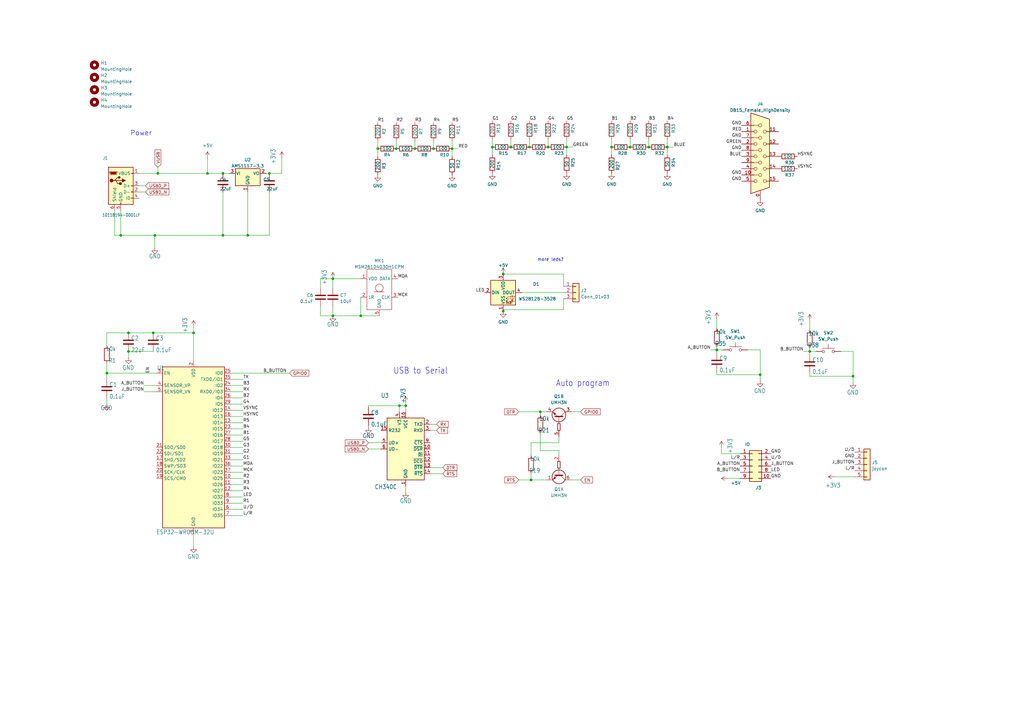
<source format=kicad_sch>
(kicad_sch (version 20211123) (generator eeschema)
  (paper "A3")
  (lib_symbols
    (symbol "Connector:DB15_Female_HighDensity_MountingHoles" (pin_names (offset 1.016) hide)
      (property "Reference" "J" (at 0 21.59 0))
      (property "Value" "DB15_Female_HighDensity_MountingHoles" (at 0 19.05 0))
      (symbol "DB15_Female_HighDensity_MountingHoles_1_1"
        (pin passive line (at 0 -17.78 90) (length 3.81) (name "~") (number "0"))
        (pin passive line (at -7.62 10.16 0) (length 5.08) (name "~") (number "1"))
        (pin passive line (at -7.62 -7.62 0) (length 5.08) (name "~") (number "10"))
        (pin passive line (at 7.62 10.16 180) (length 5.08) (name "~") (number "11"))
        (pin passive line (at 7.62 5.08 180) (length 5.08) (name "~") (number "12"))
        (pin passive line (at 7.62 0 180) (length 5.08) (name "~") (number "13"))
        (pin passive line (at 7.62 -5.08 180) (length 5.08) (name "~") (number "14"))
        (pin passive line (at 7.62 -10.16 180) (length 5.08) (name "~") (number "15"))
        (pin passive line (at -7.62 5.08 0) (length 5.08) (name "~") (number "2"))
        (pin passive line (at -7.62 0 0) (length 5.08) (name "~") (number "3"))
        (pin passive line (at -7.62 -5.08 0) (length 5.08) (name "~") (number "4"))
        (pin passive line (at -7.62 -10.16 0) (length 5.08) (name "~") (number "5"))
        (pin passive line (at -7.62 12.7 0) (length 5.08) (name "~") (number "6"))
        (pin passive line (at -7.62 7.62 0) (length 5.08) (name "~") (number "7"))
        (pin passive line (at -7.62 2.54 0) (length 5.08) (name "~") (number "8"))
        (pin passive line (at -7.62 -2.54 0) (length 5.08) (name "~") (number "9"))
      )
    )
    (symbol "Connector:USB_B_Micro" (pin_names (offset 1.016))
      (property "Reference" "J" (at -5.08 11.43 0))
      (property "Value" "USB_B_Micro" (at -5.08 8.89 0))
      (symbol "USB_B_Micro_1_1"
        (pin power_out line (at 7.62 5.08 180) (length 2.54) (name "VBUS") (number "1"))
        (pin bidirectional line (at 7.62 -2.54 180) (length 2.54) (name "D-") (number "2"))
        (pin bidirectional line (at 7.62 0 180) (length 2.54) (name "D+") (number "3"))
        (pin passive line (at 7.62 -5.08 180) (length 2.54) (name "ID") (number "4"))
        (pin power_out line (at 0 -10.16 90) (length 2.54) (name "GND") (number "5"))
        (pin passive line (at -2.54 -10.16 90) (length 2.54) (name "Shield") (number "6"))
      )
    )
    (symbol "Connector_Generic:Conn_01x03" (pin_names (offset 1.016) hide)
      (property "Reference" "J" (at 0 5.08 0))
      (property "Value" "Conn_01x03" (at 0 -5.08 0))
      (symbol "Conn_01x03_1_1"
        (pin passive line (at -5.08 2.54 0) (length 3.81) (name "Pin_1") (number "1"))
        (pin passive line (at -5.08 0 0) (length 3.81) (name "Pin_2") (number "2"))
        (pin passive line (at -5.08 -2.54 0) (length 3.81) (name "Pin_3") (number "3"))
      )
    )
    (symbol "Connector_Generic:Conn_01x05" (pin_names (offset 1.016) hide)
      (property "Reference" "J" (at 0 7.62 0))
      (property "Value" "Conn_01x05" (at 0 -7.62 0))
      (symbol "Conn_01x05_1_1"
        (pin passive line (at -5.08 5.08 0) (length 3.81) (name "Pin_1") (number "1"))
        (pin passive line (at -5.08 2.54 0) (length 3.81) (name "Pin_2") (number "2"))
        (pin passive line (at -5.08 0 0) (length 3.81) (name "Pin_3") (number "3"))
        (pin passive line (at -5.08 -2.54 0) (length 3.81) (name "Pin_4") (number "4"))
        (pin passive line (at -5.08 -5.08 0) (length 3.81) (name "Pin_5") (number "5"))
      )
    )
    (symbol "Connector_Generic:Conn_02x05_Odd_Even" (pin_names (offset 1.016) hide)
      (property "Reference" "J" (at 1.27 7.62 0))
      (property "Value" "Conn_02x05_Odd_Even" (at 1.27 -7.62 0))
      (symbol "Conn_02x05_Odd_Even_1_1"
        (pin passive line (at -5.08 5.08 0) (length 3.81) (name "Pin_1") (number "1"))
        (pin passive line (at 7.62 -5.08 180) (length 3.81) (name "Pin_10") (number "10"))
        (pin passive line (at 7.62 5.08 180) (length 3.81) (name "Pin_2") (number "2"))
        (pin passive line (at -5.08 2.54 0) (length 3.81) (name "Pin_3") (number "3"))
        (pin passive line (at 7.62 2.54 180) (length 3.81) (name "Pin_4") (number "4"))
        (pin passive line (at -5.08 0 0) (length 3.81) (name "Pin_5") (number "5"))
        (pin passive line (at 7.62 0 180) (length 3.81) (name "Pin_6") (number "6"))
        (pin passive line (at -5.08 -2.54 0) (length 3.81) (name "Pin_7") (number "7"))
        (pin passive line (at 7.62 -2.54 180) (length 3.81) (name "Pin_8") (number "8"))
        (pin passive line (at -5.08 -5.08 0) (length 3.81) (name "Pin_9") (number "9"))
      )
    )
    (symbol "Device:C" (pin_numbers hide) (pin_names (offset 0.254))
      (property "Reference" "C" (at 0.635 2.54 0))
      (property "Value" "C" (at 0.635 -2.54 0))
      (symbol "C_1_1"
        (pin passive line (at 0 3.81 270) (length 2.794) (name "~") (number "1"))
        (pin passive line (at 0 -3.81 90) (length 2.794) (name "~") (number "2"))
      )
    )
    (symbol "Device:R" (pin_numbers hide) (pin_names (offset 0))
      (property "Reference" "R" (at 2.032 0 90))
      (property "Value" "R" (at 0 0 90))
      (symbol "R_1_1"
        (pin passive line (at 0 3.81 270) (length 1.27) (name "~") (number "1"))
        (pin passive line (at 0 -3.81 90) (length 1.27) (name "~") (number "2"))
      )
    )
    (symbol "Interface_USB:CH340C"
      (property "Reference" "U" (at -5.08 13.97 0))
      (property "Value" "CH340C" (at 1.27 13.97 0))
      (symbol "CH340C_1_1"
        (pin power_in line (at 0 -15.24 90) (length 2.54) (name "GND") (number "1"))
        (pin input line (at 10.16 0 180) (length 2.54) (name "~{DSR}") (number "10"))
        (pin input line (at 10.16 -2.54 180) (length 2.54) (name "~{RI}") (number "11"))
        (pin input line (at 10.16 -5.08 180) (length 2.54) (name "~{DCD}") (number "12"))
        (pin output line (at 10.16 -7.62 180) (length 2.54) (name "~{DTR}") (number "13"))
        (pin output line (at 10.16 -10.16 180) (length 2.54) (name "~{RTS}") (number "14"))
        (pin input line (at -10.16 7.62 0) (length 2.54) (name "R232") (number "15"))
        (pin power_in line (at 0 15.24 270) (length 2.54) (name "VCC") (number "16"))
        (pin output line (at 10.16 10.16 180) (length 2.54) (name "TXD") (number "2"))
        (pin input line (at 10.16 7.62 180) (length 2.54) (name "RXD") (number "3"))
        (pin passive line (at -2.54 15.24 270) (length 2.54) (name "V3") (number "4"))
        (pin bidirectional line (at -10.16 2.54 0) (length 2.54) (name "UD+") (number "5"))
        (pin bidirectional line (at -10.16 0 0) (length 2.54) (name "UD-") (number "6"))
        (pin no_connect line (at -7.62 -7.62 0) (length 2.54) hide (name "NC") (number "7"))
        (pin no_connect line (at -7.62 -10.16 0) (length 2.54) hide (name "NC") (number "8"))
        (pin input line (at 10.16 2.54 180) (length 2.54) (name "~{CTS}") (number "9"))
      )
    )
    (symbol "LED:WS2812B" (pin_names (offset 0.254))
      (property "Reference" "D1" (at 13.5111 3.4584 0))
      (property "Value" "WS2812B-3528" (at 13.97 -2.54 0))
      (symbol "WS2812B_0_0"
        (text "RGB" (at 2.286 -4.191 0) (effects (font (size 0.762 0.762))))
      )
      (symbol "WS2812B_1_1"
        (pin power_in line (at 0 -7.62 90) (length 2.54) (name "VSS") (number "1"))
        (pin input line (at -7.62 0 0) (length 2.54) (name "DIN") (number "2"))
        (pin power_in line (at 0 7.62 270) (length 2.54) (name "VDD") (number "3"))
        (pin output line (at 7.62 0 180) (length 2.54) (name "DOUT") (number "4"))
      )
    )
    (symbol "MSM261:MSM261D4030H1CPM"
      (property "Reference" "MK" (at 0 11.43 0))
      (property "Value" "MSM261D4030H1CPM" (at 0 8.89 0))
      (symbol "MSM261D4030H1CPM_1_1"
        (pin power_in line (at -7.62 3.81 0) (length 2.54) (name "VDD") (number "1"))
        (pin input line (at -7.62 -3.81 0) (length 2.54) (name "LR") (number "2"))
        (pin input line (at 7.62 -3.81 180) (length 2.54) (name "CLK") (number "3"))
        (pin input line (at 7.62 3.81 180) (length 2.54) (name "DATA") (number "4"))
        (pin power_in line (at 0 -11.43 90) (length 2.54) (name "GND") (number "5"))
        (pin passive line (at 0 -11.43 90) (length 2.54) hide (name "GND") (number "6"))
        (pin passive line (at 0 -11.43 90) (length 2.54) hide (name "GND") (number "7"))
        (pin passive line (at 0 -11.43 90) (length 2.54) hide (name "GND") (number "8"))
      )
    )
    (symbol "Mechanical:MountingHole" (pin_names (offset 1.016))
      (property "Reference" "H" (at 0 5.08 0))
      (property "Value" "MountingHole" (at 0 3.175 0))
    )
    (symbol "RF_Module:ESP32-WROOM-32U"
      (property "Reference" "U" (at -12.7 34.29 0))
      (property "Value" "ESP32-WROOM-32U" (at 1.27 34.29 0))
      (symbol "ESP32-WROOM-32U_1_1"
        (pin power_in line (at 0 -35.56 90) (length 2.54) (name "GND") (number "1"))
        (pin bidirectional line (at 15.24 -12.7 180) (length 2.54) (name "IO25") (number "10"))
        (pin bidirectional line (at 15.24 -15.24 180) (length 2.54) (name "IO26") (number "11"))
        (pin bidirectional line (at 15.24 -17.78 180) (length 2.54) (name "IO27") (number "12"))
        (pin bidirectional line (at 15.24 10.16 180) (length 2.54) (name "IO14") (number "13"))
        (pin bidirectional line (at 15.24 15.24 180) (length 2.54) (name "IO12") (number "14"))
        (pin passive line (at 0 -35.56 90) (length 2.54) hide (name "GND") (number "15"))
        (pin bidirectional line (at 15.24 12.7 180) (length 2.54) (name "IO13") (number "16"))
        (pin bidirectional line (at -15.24 -5.08 0) (length 2.54) (name "SHD/SD2") (number "17"))
        (pin bidirectional line (at -15.24 -7.62 0) (length 2.54) (name "SWP/SD3") (number "18"))
        (pin bidirectional line (at -15.24 -12.7 0) (length 2.54) (name "SCS/CMD") (number "19"))
        (pin power_in line (at 0 35.56 270) (length 2.54) (name "VDD") (number "2"))
        (pin bidirectional line (at -15.24 -10.16 0) (length 2.54) (name "SCK/CLK") (number "20"))
        (pin bidirectional line (at -15.24 0 0) (length 2.54) (name "SDO/SD0") (number "21"))
        (pin bidirectional line (at -15.24 -2.54 0) (length 2.54) (name "SDI/SD1") (number "22"))
        (pin bidirectional line (at 15.24 7.62 180) (length 2.54) (name "IO15") (number "23"))
        (pin bidirectional line (at 15.24 25.4 180) (length 2.54) (name "IO2") (number "24"))
        (pin bidirectional line (at 15.24 30.48 180) (length 2.54) (name "IO0") (number "25"))
        (pin bidirectional line (at 15.24 20.32 180) (length 2.54) (name "IO4") (number "26"))
        (pin bidirectional line (at 15.24 5.08 180) (length 2.54) (name "IO16") (number "27"))
        (pin bidirectional line (at 15.24 2.54 180) (length 2.54) (name "IO17") (number "28"))
        (pin bidirectional line (at 15.24 17.78 180) (length 2.54) (name "IO5") (number "29"))
        (pin input line (at -15.24 30.48 0) (length 2.54) (name "EN") (number "3"))
        (pin bidirectional line (at 15.24 0 180) (length 2.54) (name "IO18") (number "30"))
        (pin bidirectional line (at 15.24 -2.54 180) (length 2.54) (name "IO19") (number "31"))
        (pin no_connect line (at -12.7 -27.94 0) (length 2.54) hide (name "NC") (number "32"))
        (pin bidirectional line (at 15.24 -5.08 180) (length 2.54) (name "IO21") (number "33"))
        (pin bidirectional line (at 15.24 22.86 180) (length 2.54) (name "RXD0/IO3") (number "34"))
        (pin bidirectional line (at 15.24 27.94 180) (length 2.54) (name "TXD0/IO1") (number "35"))
        (pin bidirectional line (at 15.24 -7.62 180) (length 2.54) (name "IO22") (number "36"))
        (pin bidirectional line (at 15.24 -10.16 180) (length 2.54) (name "IO23") (number "37"))
        (pin passive line (at 0 -35.56 90) (length 2.54) hide (name "GND") (number "38"))
        (pin passive line (at 0 -35.56 90) (length 2.54) hide (name "GND") (number "39"))
        (pin input line (at -15.24 25.4 0) (length 2.54) (name "SENSOR_VP") (number "4"))
        (pin input line (at -15.24 22.86 0) (length 2.54) (name "SENSOR_VN") (number "5"))
        (pin input line (at 15.24 -25.4 180) (length 2.54) (name "IO34") (number "6"))
        (pin input line (at 15.24 -27.94 180) (length 2.54) (name "IO35") (number "7"))
        (pin bidirectional line (at 15.24 -20.32 180) (length 2.54) (name "IO32") (number "8"))
        (pin bidirectional line (at 15.24 -22.86 180) (length 2.54) (name "IO33") (number "9"))
      )
    )
    (symbol "Regulator_Linear:AMS1117-3.3" (pin_names (offset 0.254))
      (property "Reference" "U" (at -3.81 3.175 0))
      (property "Value" "AMS1117-3.3" (at 0 3.175 0))
      (symbol "AMS1117-3.3_1_1"
        (pin power_in line (at 0 -7.62 90) (length 2.54) (name "GND") (number "1"))
        (pin power_out line (at 7.62 0 180) (length 2.54) (name "VO") (number "2"))
        (pin power_in line (at -7.62 0 0) (length 2.54) (name "VI") (number "3"))
      )
    )
    (symbol "Switch:SW_Push" (pin_numbers hide) (pin_names (offset 1.016) hide)
      (property "Reference" "SW" (at 1.27 2.54 0))
      (property "Value" "SW_Push" (at 0 -1.524 0))
      (symbol "SW_Push_0_1"
        (pin passive line (at -5.08 0 0) (length 2.54) (name "1") (number "1"))
        (pin passive line (at 5.08 0 180) (length 2.54) (name "2") (number "2"))
      )
    )
    (symbol "Transistor_BJT:UMH3N" (pin_names hide)
      (property "Reference" "Q" (at 7.62 1.27 0))
      (property "Value" "UMH3N" (at 7.62 -1.27 0))
      (symbol "UMH3N_1_1"
        (pin passive line (at 5.08 -5.08 90) (length 2.54) (name "E1") (number "1"))
        (pin input line (at -5.08 0 0) (length 2.54) (name "B1") (number "2"))
        (pin passive line (at 5.08 5.08 270) (length 2.54) (name "C1") (number "6"))
      )
      (symbol "UMH3N_2_1"
        (pin passive line (at 5.08 5.08 270) (length 2.54) (name "C2") (number "3"))
        (pin passive line (at 5.08 -5.08 90) (length 2.54) (name "E2") (number "4"))
        (pin input line (at -5.08 0 0) (length 2.54) (name "B2") (number "5"))
      )
    )
    (symbol "power:+3.3V" (power) (pin_names (offset 0))
      (property "Value" "+3.3V" (at 0 3.556 0))
      (symbol "+3.3V_1_1"
        (pin power_in line (at 0 0 90) (length 0) hide (name "+3V3") (number "1"))
      )
    )
    (symbol "power:+5V" (power) (pin_names (offset 0))
      (property "Value" "+5V" (at 0 3.556 0))
      (symbol "+5V_1_1"
        (pin power_in line (at 0 0 90) (length 0) hide (name "+5V") (number "1"))
      )
    )
    (symbol "power:GND" (power) (pin_names (offset 0))
      (property "Value" "GND" (at 0 -3.81 0))
      (symbol "GND_1_1"
        (pin power_in line (at 0 0 270) (length 0) hide (name "GND") (number "1"))
      )
    )
  )
  (junction (at 311.785 153.67))
  (junction (at 206.375 127.635))
  (junction (at 209.55 60.325))
  (junction (at 294.005 143.51))
  (junction (at 206.375 112.395))
  (junction (at 136.525 129.54))
  (junction (at 224.79 60.325))
  (junction (at 110.49 71.12))
  (junction (at 266.065 60.325))
  (junction (at 91.44 71.12))
  (junction (at 221.615 168.91))
  (junction (at 166.37 166.37))
  (junction (at 43.815 153.035))
  (junction (at 49.53 96.52))
  (junction (at 154.94 60.96))
  (junction (at 91.44 96.52))
  (junction (at 162.56 60.96))
  (junction (at 258.445 60.325))
  (junction (at 62.865 136.525))
  (junction (at 64.77 71.12))
  (junction (at 273.685 60.325))
  (junction (at 177.8 60.96))
  (junction (at 85.09 71.12))
  (junction (at 101.6 96.52))
  (junction (at 52.705 144.145))
  (junction (at 147.955 129.54))
  (junction (at 163.83 166.37))
  (junction (at 185.42 60.96))
  (junction (at 79.375 136.525))
  (junction (at 217.805 196.85))
  (junction (at 217.17 60.325))
  (junction (at 332.105 144.145))
  (junction (at 170.18 60.96))
  (junction (at 52.705 136.525))
  (junction (at 349.885 154.305))
  (junction (at 250.825 60.325))
  (junction (at 232.41 60.325))
  (junction (at 63.5 96.52))
  (junction (at 201.93 60.325))
  (junction (at 136.525 114.3))
  (wire (pts (xy 234.315 168.91) (xy 238.125 168.91)))
  (wire (pts (xy 94.615 178.435) (xy 99.695 178.435)))
  (wire (pts (xy 166.37 166.37) (xy 166.37 168.91)))
  (wire (pts (xy 294.005 142.24) (xy 294.005 143.51)))
  (wire (pts (xy 136.525 125.73) (xy 136.525 129.54)))
  (wire (pts (xy 201.93 57.15) (xy 201.93 60.325)))
  (wire (pts (xy 295.91 186.055) (xy 303.53 186.055)))
  (wire (pts (xy 85.09 64.77) (xy 85.09 71.12)))
  (wire (pts (xy 94.615 193.675) (xy 99.695 193.675)))
  (wire (pts (xy 266.065 57.15) (xy 266.065 60.325)))
  (wire (pts (xy 94.615 168.275) (xy 99.695 168.275)))
  (wire (pts (xy 52.705 144.145) (xy 52.705 146.685)))
  (wire (pts (xy 163.83 166.37) (xy 166.37 166.37)))
  (wire (pts (xy 109.22 71.12) (xy 110.49 71.12)))
  (wire (pts (xy 212.725 168.91) (xy 221.615 168.91)))
  (wire (pts (xy 332.105 142.875) (xy 332.105 144.145)))
  (wire (pts (xy 294.005 130.81) (xy 294.005 134.62)))
  (wire (pts (xy 43.815 136.525) (xy 52.705 136.525)))
  (wire (pts (xy 46.99 96.52) (xy 49.53 96.52)))
  (wire (pts (xy 229.235 181.61) (xy 229.235 179.07)))
  (wire (pts (xy 151.13 166.37) (xy 163.83 166.37)))
  (wire (pts (xy 185.42 60.96) (xy 185.42 64.135)))
  (wire (pts (xy 332.105 144.145) (xy 334.645 144.145)))
  (wire (pts (xy 110.49 71.12) (xy 115.57 71.12)))
  (wire (pts (xy 154.94 60.96) (xy 154.94 64.135)))
  (wire (pts (xy 294.005 143.51) (xy 296.545 143.51)))
  (wire (pts (xy 131.445 114.3) (xy 131.445 118.11)))
  (wire (pts (xy 57.15 71.12) (xy 64.77 71.12)))
  (wire (pts (xy 115.57 71.12) (xy 115.57 64.77)))
  (wire (pts (xy 79.375 219.075) (xy 79.375 224.155)))
  (wire (pts (xy 258.445 57.15) (xy 258.445 60.325)))
  (wire (pts (xy 185.42 60.96) (xy 187.96 60.96)))
  (wire (pts (xy 94.615 163.195) (xy 99.695 163.195)))
  (wire (pts (xy 212.725 196.85) (xy 217.805 196.85)))
  (wire (pts (xy 217.17 57.15) (xy 217.17 60.325)))
  (wire (pts (xy 250.825 57.15) (xy 250.825 60.325)))
  (wire (pts (xy 43.815 153.035) (xy 43.815 155.575)))
  (wire (pts (xy 329.565 144.145) (xy 332.105 144.145)))
  (wire (pts (xy 232.41 60.325) (xy 232.41 63.5)))
  (wire (pts (xy 49.53 86.36) (xy 49.53 96.52)))
  (wire (pts (xy 177.8 57.785) (xy 177.8 60.96)))
  (wire (pts (xy 91.44 96.52) (xy 63.5 96.52)))
  (wire (pts (xy 94.615 201.295) (xy 99.695 201.295)))
  (wire (pts (xy 232.41 57.15) (xy 232.41 60.325)))
  (wire (pts (xy 344.805 144.145) (xy 349.885 144.145)))
  (wire (pts (xy 94.615 175.895) (xy 99.695 175.895)))
  (wire (pts (xy 131.445 129.54) (xy 136.525 129.54)))
  (wire (pts (xy 62.865 136.525) (xy 79.375 136.525)))
  (wire (pts (xy 298.45 196.215) (xy 303.53 196.215)))
  (wire (pts (xy 110.49 78.74) (xy 110.49 96.52)))
  (wire (pts (xy 166.37 199.39) (xy 166.37 201.93)))
  (wire (pts (xy 217.805 196.85) (xy 224.155 196.85)))
  (wire (pts (xy 94.615 186.055) (xy 99.695 186.055)))
  (wire (pts (xy 79.375 133.985) (xy 79.375 136.525)))
  (wire (pts (xy 94.615 196.215) (xy 99.695 196.215)))
  (wire (pts (xy 79.375 136.525) (xy 79.375 147.955)))
  (wire (pts (xy 176.53 191.77) (xy 181.61 191.77)))
  (wire (pts (xy 101.6 78.74) (xy 101.6 96.52)))
  (wire (pts (xy 229.235 184.785) (xy 221.615 184.785)))
  (wire (pts (xy 162.56 57.785) (xy 162.56 60.96)))
  (wire (pts (xy 136.525 129.54) (xy 147.955 129.54)))
  (wire (pts (xy 59.055 158.115) (xy 64.135 158.115)))
  (wire (pts (xy 294.005 144.78) (xy 294.005 143.51)))
  (wire (pts (xy 231.14 112.395) (xy 206.375 112.395)))
  (wire (pts (xy 221.615 177.8) (xy 221.615 184.785)))
  (wire (pts (xy 306.705 143.51) (xy 311.785 143.51)))
  (wire (pts (xy 229.235 184.785) (xy 229.235 186.69)))
  (wire (pts (xy 332.105 131.445) (xy 332.105 135.255)))
  (wire (pts (xy 332.105 154.305) (xy 349.885 154.305)))
  (wire (pts (xy 94.615 211.455) (xy 99.695 211.455)))
  (wire (pts (xy 231.14 122.555) (xy 231.14 127)))
  (wire (pts (xy 311.785 156.21) (xy 311.785 153.67)))
  (wire (pts (xy 62.865 144.145) (xy 52.705 144.145)))
  (wire (pts (xy 201.93 60.325) (xy 201.93 63.5)))
  (wire (pts (xy 221.615 168.91) (xy 221.615 170.18)))
  (wire (pts (xy 94.615 198.755) (xy 99.695 198.755)))
  (wire (pts (xy 91.44 78.74) (xy 91.44 96.52)))
  (wire (pts (xy 273.685 57.15) (xy 273.685 60.325)))
  (wire (pts (xy 176.53 194.31) (xy 181.61 194.31)))
  (wire (pts (xy 231.14 117.475) (xy 231.14 112.395)))
  (wire (pts (xy 349.885 144.145) (xy 349.885 154.305)))
  (wire (pts (xy 94.615 165.735) (xy 99.695 165.735)))
  (wire (pts (xy 57.15 78.74) (xy 59.69 78.74)))
  (wire (pts (xy 94.615 180.975) (xy 99.695 180.975)))
  (wire (pts (xy 291.465 143.51) (xy 294.005 143.51)))
  (wire (pts (xy 64.77 68.58) (xy 64.77 71.12)))
  (wire (pts (xy 94.615 191.135) (xy 99.695 191.135)))
  (wire (pts (xy 94.615 173.355) (xy 99.695 173.355)))
  (wire (pts (xy 147.955 114.3) (xy 136.525 114.3)))
  (wire (pts (xy 151.13 174.625) (xy 151.13 175.26)))
  (wire (pts (xy 136.525 114.3) (xy 131.445 114.3)))
  (wire (pts (xy 64.77 71.12) (xy 85.09 71.12)))
  (wire (pts (xy 94.615 153.035) (xy 118.745 153.035)))
  (wire (pts (xy 94.615 158.115) (xy 99.695 158.115)))
  (wire (pts (xy 213.995 120.015) (xy 231.14 120.015)))
  (wire (pts (xy 94.615 155.575) (xy 99.695 155.575)))
  (wire (pts (xy 93.98 71.12) (xy 91.44 71.12)))
  (wire (pts (xy 231.14 127) (xy 206.375 127)))
  (wire (pts (xy 209.55 57.15) (xy 209.55 60.325)))
  (wire (pts (xy 294.005 153.67) (xy 294.005 152.4)))
  (wire (pts (xy 166.37 165.1) (xy 166.37 166.37)))
  (wire (pts (xy 62.865 136.525) (xy 52.705 136.525)))
  (wire (pts (xy 110.49 96.52) (xy 101.6 96.52)))
  (wire (pts (xy 94.615 188.595) (xy 99.695 188.595)))
  (wire (pts (xy 49.53 96.52) (xy 63.5 96.52)))
  (wire (pts (xy 342.265 195.58) (xy 350.52 195.58)))
  (wire (pts (xy 94.615 170.815) (xy 99.695 170.815)))
  (wire (pts (xy 311.785 143.51) (xy 311.785 153.67)))
  (wire (pts (xy 94.615 203.835) (xy 99.695 203.835)))
  (wire (pts (xy 273.685 60.325) (xy 273.685 63.5)))
  (wire (pts (xy 294.005 153.67) (xy 311.785 153.67)))
  (wire (pts (xy 217.805 194.31) (xy 217.805 196.85)))
  (wire (pts (xy 250.825 60.325) (xy 250.825 63.5)))
  (wire (pts (xy 176.53 176.53) (xy 179.07 176.53)))
  (wire (pts (xy 94.615 208.915) (xy 99.695 208.915)))
  (wire (pts (xy 43.815 163.195) (xy 43.815 165.735)))
  (wire (pts (xy 151.13 166.37) (xy 151.13 167.005)))
  (wire (pts (xy 217.805 181.61) (xy 217.805 186.69)))
  (wire (pts (xy 43.815 153.035) (xy 64.135 153.035)))
  (wire (pts (xy 234.315 196.85) (xy 238.125 196.85)))
  (wire (pts (xy 221.615 168.91) (xy 224.155 168.91)))
  (wire (pts (xy 43.815 149.225) (xy 43.815 153.035)))
  (wire (pts (xy 46.99 86.36) (xy 46.99 96.52)))
  (wire (pts (xy 85.09 71.12) (xy 91.44 71.12)))
  (wire (pts (xy 295.91 183.515) (xy 295.91 186.055)))
  (wire (pts (xy 176.53 173.99) (xy 179.07 173.99)))
  (wire (pts (xy 154.94 57.785) (xy 154.94 60.96)))
  (wire (pts (xy 170.18 57.785) (xy 170.18 60.96)))
  (wire (pts (xy 156.21 184.15) (xy 151.13 184.15)))
  (wire (pts (xy 57.15 76.2) (xy 59.69 76.2)))
  (wire (pts (xy 131.445 125.73) (xy 131.445 129.54)))
  (wire (pts (xy 156.21 181.61) (xy 151.13 181.61)))
  (wire (pts (xy 43.815 136.525) (xy 43.815 141.605)))
  (wire (pts (xy 332.105 145.415) (xy 332.105 144.145)))
  (wire (pts (xy 349.885 156.845) (xy 349.885 154.305)))
  (wire (pts (xy 101.6 96.52) (xy 91.44 96.52)))
  (wire (pts (xy 185.42 57.785) (xy 185.42 60.96)))
  (wire (pts (xy 206.375 127) (xy 206.375 127.635)))
  (wire (pts (xy 136.525 114.3) (xy 136.525 118.11)))
  (wire (pts (xy 147.955 121.92) (xy 147.955 129.54)))
  (wire (pts (xy 273.685 60.325) (xy 276.225 60.325)))
  (wire (pts (xy 59.055 160.655) (xy 64.135 160.655)))
  (wire (pts (xy 224.79 57.15) (xy 224.79 60.325)))
  (wire (pts (xy 94.615 206.375) (xy 99.695 206.375)))
  (wire (pts (xy 63.5 96.52) (xy 63.5 101.6)))
  (wire (pts (xy 163.83 168.91) (xy 163.83 166.37)))
  (wire (pts (xy 229.235 181.61) (xy 217.805 181.61)))
  (wire (pts (xy 94.615 160.655) (xy 99.695 160.655)))
  (wire (pts (xy 94.615 183.515) (xy 99.695 183.515)))
  (wire (pts (xy 332.105 154.305) (xy 332.105 153.035)))
  (wire (pts (xy 147.955 129.54) (xy 155.575 129.54)))
  (wire (pts (xy 232.41 60.325) (xy 234.95 60.325)))
  (text "Power" (at 53.34 55.88 0) (effects (font (size 2 2)) (justify left bottom)))
  (text "USB to Serial" (at 161.29 153.67 180) (effects (font (size 2.54 2.159)) (justify left bottom)))
  (text "more leds?" (at 220.345 107.315 0) (effects (font (size 1.27 1.27)) (justify left bottom)))
  (text "Auto program" (at 227.965 158.75 180) (effects (font (size 2.54 2.159)) (justify left bottom)))
  (label "B1" (at 250.825 49.53 0))
  (label "A_BUTTON" (at 291.465 143.51 180))
  (label "MCK" (at 163.195 121.92 0))
  (label "LED" (at 316.23 193.675 0))
  (label "A_BUTTON" (at 59.055 158.115 180))
  (label "HSYNC" (at 99.695 170.815 0))
  (label "R4" (at 99.695 201.295 0))
  (label "R1" (at 154.94 50.165 0))
  (label "GREEN" (at 234.95 60.325 0))
  (label "U{slash}D" (at 316.23 188.595 0))
  (label "LED" (at 198.755 120.015 180) (effects (font (size 1.2446 1.2446))))
  (label "L{slash}R" (at 99.695 211.455 0))
  (label "B2" (at 258.445 49.53 0))
  (label "GND" (at 304.165 51.435 180))
  (label "GREEN" (at 304.165 59.055 180))
  (label "B4" (at 99.695 175.895 0))
  (label "BLUE" (at 276.225 60.325 0))
  (label "MDA" (at 163.195 114.3 0))
  (label "R5" (at 185.42 50.165 0))
  (label "U{slash}D" (at 350.52 185.42 180))
  (label "B_BUTTON" (at 303.53 193.675 180))
  (label "G5" (at 99.695 180.975 0))
  (label "VSYNC" (at 327.025 69.215 0))
  (label "LED" (at 99.695 203.835 0))
  (label "GND" (at 304.165 71.755 180))
  (label "L{slash}R" (at 350.52 193.04 180))
  (label "G3" (at 217.17 49.53 0))
  (label "RX" (at 99.695 160.655 0) (effects (font (size 1.2446 1.2446))))
  (label "R2" (at 162.56 50.165 0))
  (label "GND" (at 304.165 61.595 180))
  (label "B_BUTTON" (at 329.565 144.145 180))
  (label "R1" (at 99.695 206.375 0))
  (label "R4" (at 177.8 50.165 0))
  (label "G2" (at 99.695 186.055 0))
  (label "B4" (at 273.685 49.53 0))
  (label "GND" (at 304.165 56.515 180))
  (label "GND" (at 316.23 186.055 0))
  (label "GND" (at 316.23 196.215 0))
  (label "G4" (at 99.695 165.735 0))
  (label "U{slash}D" (at 99.695 208.915 0))
  (label "MCK" (at 99.695 193.675 0))
  (label "R3" (at 170.18 50.165 0))
  (label "G1" (at 99.695 188.595 0))
  (label "GND" (at 304.165 74.295 180))
  (label "J_BUTTON" (at 59.055 160.655 180))
  (label "G4" (at 224.79 49.53 0))
  (label "HSYNC" (at 327.025 64.135 0))
  (label "R2" (at 99.695 196.215 0))
  (label "MDA" (at 99.695 191.135 0))
  (label "G2" (at 209.55 49.53 0))
  (label "RED" (at 187.96 60.96 0))
  (label "L{slash}R" (at 303.53 188.595 180))
  (label "B3" (at 99.695 158.115 0))
  (label "RED" (at 304.165 53.975 180))
  (label "A_BUTTON" (at 303.53 191.135 180))
  (label "R3" (at 99.695 198.755 0))
  (label "J_BUTTON" (at 316.23 191.135 0))
  (label "B1" (at 99.695 178.435 0))
  (label "B3" (at 266.065 49.53 0))
  (label "GND" (at 350.52 187.96 180))
  (label "EN" (at 61.595 153.035 90) (effects (font (size 1.2446 1.2446))))
  (label "R5" (at 99.695 173.355 0))
  (label "J_BUTTON" (at 350.52 190.5 180))
  (label "BLUE" (at 304.165 64.135 180))
  (label "B2" (at 99.695 163.195 0))
  (label "VSYNC" (at 99.695 168.275 0))
  (label "TX" (at 99.695 155.575 0) (effects (font (size 1.2446 1.2446))))
  (label "B_BUTTON" (at 107.95 153.035 0))
  (label "G5" (at 232.41 49.53 0))
  (label "G3" (at 99.695 183.515 0))
  (label "G1" (at 201.93 49.53 0))
  (global_label "GPIO0" (shape input) (at 238.125 168.91 0) (property "Intersheet References" "${INTERSHEET_REFS}" (effects hide)))
  (global_label "TX" (shape input) (at 179.07 176.53 0) (effects (font (size 1.2446 1.2446))) (property "Intersheet References" "${INTERSHEET_REFS}" (effects hide)))
  (global_label "USBD_N" (shape input) (at 151.13 184.15 180) (effects (font (size 1.2446 1.2446))) (property "Intersheet References" "${INTERSHEET_REFS}" (effects hide)))
  (global_label "RTS" (shape input) (at 212.725 196.85 180) (effects (font (size 1.2446 1.2446))) (property "Intersheet References" "${INTERSHEET_REFS}" (effects hide)))
  (global_label "USBD_P" (shape input) (at 59.69 76.2 0) (effects (font (size 1.2446 1.2446))) (property "Intersheet References" "${INTERSHEET_REFS}" (effects hide)))
  (global_label "VUSB" (shape input) (at 64.77 68.58 90) (effects (font (size 1.2446 1.2446))) (property "Intersheet References" "${INTERSHEET_REFS}" (effects hide)))
  (global_label "GPIO0" (shape input) (at 118.745 153.035 0) (effects (font (size 1.2446 1.2446))) (property "Intersheet References" "${INTERSHEET_REFS}" (effects hide)))
  (global_label "RTS" (shape input) (at 181.61 194.31 0) (effects (font (size 1.2446 1.2446))) (property "Intersheet References" "${INTERSHEET_REFS}" (effects hide)))
  (global_label "USBD_P" (shape input) (at 151.13 181.61 180) (effects (font (size 1.2446 1.2446))) (property "Intersheet References" "${INTERSHEET_REFS}" (effects hide)))
  (global_label "USBD_N" (shape input) (at 59.69 78.74 0) (effects (font (size 1.2446 1.2446))) (property "Intersheet References" "${INTERSHEET_REFS}" (effects hide)))
  (global_label "RX" (shape input) (at 179.07 173.99 0) (effects (font (size 1.2446 1.2446))) (property "Intersheet References" "${INTERSHEET_REFS}" (effects hide)))
  (global_label "DTR" (shape input) (at 212.725 168.91 180) (effects (font (size 1.2446 1.2446))) (property "Intersheet References" "${INTERSHEET_REFS}" (effects hide)))
  (global_label "EN" (shape input) (at 238.125 196.85 0) (property "Intersheet References" "${INTERSHEET_REFS}" (effects hide)))
  (global_label "DTR" (shape input) (at 181.61 191.77 0) (effects (font (size 1.2446 1.2446))) (property "Intersheet References" "${INTERSHEET_REFS}" (effects hide)))
  (symbol (lib_id "Device:C") (at 62.865 140.335 0) (unit 1)
    (property "Reference" "C3" (at 63.881 139.7 0) (effects (font (size 1.778 1.5113)) (justify left bottom)))
    (property "Value" "0.1uF" (at 63.881 144.526 0) (effects (font (size 1.778 1.5113)) (justify left bottom)))
    (property "Footprint" "Capacitor_SMD:C_0603_1608Metric" (effects hide))
    (property "LCSC" "C1525" (effects hide))
  )
  (symbol (lib_id "power:GND") (at 166.37 201.93 0) (unit 1)
    (property "Reference" "#GND07" (effects hide))
    (property "Value" "GND" (at 166.37 204.47 0) (effects (font (size 1.778 1.5113)) (justify top)))
    (property "Footprint" "angio-mb-revA:" (effects hide))
  )
  (symbol (lib_id "Device:C") (at 151.13 170.815 0) (unit 1)
    (property "Reference" "C8" (at 152.146 170.18 0) (effects (font (size 1.778 1.5113)) (justify left bottom)))
    (property "Value" "0.1uF" (at 152.146 175.006 0) (effects (font (size 1.778 1.5113)) (justify left bottom)))
    (property "Footprint" "Capacitor_SMD:C_0603_1608Metric" (effects hide))
    (property "LCSC" "C1525" (effects hide))
  )
  (symbol (lib_id "Device:R") (at 170.18 53.975 0) (unit 1)
    (property "Reference" "R7" (at 172.72 55.245 90) (effects (justify left)))
    (property "Value" "200" (at 170.18 55.88 90) (effects (justify left)))
    (property "Footprint" "Resistor_SMD:R_0402_1005Metric" (effects hide))
    (property "LCSC" "C25087" (effects hide))
  )
  (symbol (lib_id "Device:R") (at 228.6 60.325 270) (unit 1)
    (property "Reference" "R23" (at 227.33 62.865 90) (effects (justify left)))
    (property "Value" "100" (at 226.695 60.325 90) (effects (justify left)))
    (property "Footprint" "Resistor_SMD:R_0402_1005Metric" (effects hide))
    (property "LCSC" "C25076" (effects hide))
  )
  (symbol (lib_id "Device:C") (at 332.105 149.225 0) (unit 1)
    (property "Reference" "C10" (at 333.121 148.59 0) (effects (font (size 1.778 1.5113)) (justify left bottom)))
    (property "Value" "0.1uF" (at 333.121 153.416 0) (effects (font (size 1.778 1.5113)) (justify left bottom)))
    (property "Footprint" "Capacitor_SMD:C_0402_1005Metric" (effects hide))
    (property "LCSC" "C1525" (effects hide))
  )
  (symbol (lib_id "Device:C") (at 110.49 74.93 0) (unit 1)
    (property "Reference" "C5" (at 107.95 73.66 0) (effects (justify left)))
    (property "Value" "22uF" (at 109.22 77.47 0) (effects (justify left)))
    (property "Footprint" "Capacitor_SMD:C_1206_3216Metric" (effects hide))
    (property "LCSC" "C5672" (effects hide))
  )
  (symbol (lib_id "LED:WS2812B") (at 206.375 120.015 0) (unit 1)
    (property "Reference" "D1" (at 219.8861 116.5566 0))
    (property "Value" "WS2812B-3528" (at 220.345 122.555 0))
    (property "Footprint" "LED_SMD:LED_Kingbright_AAA3528ESGCT" (effects hide))
    (property "Datasheet" "https://cdn-shop.adafruit.com/datasheets/WS2812B.pdf" (effects hide))
    (property "LCSC" "C2890364" (effects hide))
  )
  (symbol (lib_id "power:GND") (at 311.785 81.915 0) (unit 1)
    (property "Reference" "#PWR?" (effects hide))
    (property "Value" "GND" (at 311.785 86.3584 0))
  )
  (symbol (lib_id "Device:C") (at 136.525 121.92 0) (unit 1)
    (property "Reference" "C7" (at 139.446 121.0853 0) (effects (justify left)))
    (property "Value" "10uF" (at 139.446 123.6222 0) (effects (justify left)))
    (property "Footprint" "Capacitor_SMD:C_0603_1608Metric" (effects hide))
    (property "LCSC" "C19702" (effects hide))
  )
  (symbol (lib_id "Device:R") (at 232.41 67.31 0) (unit 1)
    (property "Reference" "R25" (at 234.95 68.58 90) (effects (justify left)))
    (property "Value" "50" (at 232.41 68.58 90) (effects (justify left)))
    (property "Footprint" "Resistor_SMD:R_0402_1005Metric" (effects hide))
    (property "LCSC" "C25120" (effects hide))
  )
  (symbol (lib_id "Connector_Generic:Conn_01x05") (at 355.6 190.5 0) (unit 1)
    (property "Reference" "J5" (at 357.632 189.6653 0) (effects (justify left)))
    (property "Value" "joycon" (at 357.632 192.2022 0) (effects (justify left)))
    (property "Footprint" "vuzic:joycon" (effects hide))
    (property "LCSC" "C262654" (effects hide))
  )
  (symbol (lib_id "Connector_Generic:Conn_01x03") (at 236.22 120.015 0) (unit 1) (on_board no)
    (property "Reference" "J2" (at 238.252 119.1803 0) (effects (justify left)))
    (property "Value" "Conn_01x03" (at 238.252 121.7172 0) (effects (justify left)))
    (property "Footprint" "Connector_PinHeader_2.54mm:PinHeader_1x03_P2.54mm_Vertical" (effects hide))
  )
  (symbol (lib_id "power:+3.3V") (at 342.265 195.58 90) (mirror x) (unit 1)
    (property "Reference" "#P+07" (effects hide))
    (property "Value" "VCC" (at 344.805 200.025 90) (effects (font (size 1.778 1.5113)) (justify left bottom)))
    (property "Footprint" "angio-mb-revA:" (effects hide))
  )
  (symbol (lib_id "Device:R") (at 323.215 69.215 270) (unit 1)
    (property "Reference" "R37" (at 321.945 71.755 90) (effects (justify left)))
    (property "Value" "100" (at 321.31 69.215 90) (effects (justify left)))
    (property "Footprint" "Resistor_SMD:R_0402_1005Metric" (effects hide))
    (property "LCSC" "C25076" (effects hide))
  )
  (symbol (lib_id "Device:C") (at 52.705 140.335 0) (unit 1)
    (property "Reference" "C2" (at 53.721 139.7 0) (effects (font (size 1.778 1.5113)) (justify left bottom)))
    (property "Value" "22uF" (at 53.721 144.526 0) (effects (font (size 1.778 1.5113)) (justify left bottom)))
    (property "Footprint" "Capacitor_SMD:C_1206_3216Metric" (effects hide))
    (property "LCSC" "C5672" (effects hide))
  )
  (symbol (lib_id "Device:R") (at 220.98 60.325 270) (unit 1)
    (property "Reference" "R20" (at 219.71 62.865 90) (effects (justify left)))
    (property "Value" "100" (at 219.075 60.325 90) (effects (justify left)))
    (property "Footprint" "Resistor_SMD:R_0402_1005Metric" (effects hide))
    (property "LCSC" "C25076" (effects hide))
  )
  (symbol (lib_id "Device:C") (at 43.815 159.385 0) (unit 1)
    (property "Reference" "C1" (at 44.831 158.75 0) (effects (font (size 1.778 1.5113)) (justify left bottom)))
    (property "Value" "0.1uF" (at 44.831 163.576 0) (effects (font (size 1.778 1.5113)) (justify left bottom)))
    (property "Footprint" "Capacitor_SMD:C_0402_1005Metric" (effects hide))
    (property "LCSC" "C1525" (effects hide))
  )
  (symbol (lib_id "Mechanical:MountingHole") (at 38.735 31.75 0) (unit 1) (in_bom no)
    (property "Reference" "H2" (at 41.275 30.9153 0) (effects (justify left)))
    (property "Value" "MountingHole" (at 41.275 33.4522 0) (effects (justify left)))
    (property "Footprint" "MountingHole:MountingHole_2.5mm" (effects hide))
  )
  (symbol (lib_id "power:+3.3V") (at 115.57 64.77 0) (unit 1)
    (property "Reference" "#P+02" (effects hide))
    (property "Value" "VCC" (at 113.03 67.31 90) (effects (font (size 1.778 1.5113)) (justify left bottom)))
    (property "Footprint" "angio-mb-revA:" (effects hide))
  )
  (symbol (lib_id "Mechanical:MountingHole") (at 38.735 41.91 0) (unit 1) (in_bom no)
    (property "Reference" "H4" (at 41.275 41.0753 0) (effects (justify left)))
    (property "Value" "MountingHole" (at 41.275 43.6122 0) (effects (justify left)))
    (property "Footprint" "MountingHole:MountingHole_2.5mm" (effects hide))
  )
  (symbol (lib_id "power:GND") (at 43.815 165.735 0) (unit 1)
    (property "Reference" "#GND01" (effects hide))
    (property "Value" "GND" (at 41.275 168.275 0) (effects (font (size 1.778 1.5113)) (justify left bottom)))
    (property "Footprint" "angio-mb-revA:" (effects hide))
  )
  (symbol (lib_id "power:GND") (at 185.42 71.755 0) (unit 1)
    (property "Reference" "#PWR03" (effects hide))
    (property "Value" "GND" (at 185.42 76.1984 0))
  )
  (symbol (lib_id "power:GND") (at 63.5 101.6 0) (unit 1)
    (property "Reference" "#GND03" (effects hide))
    (property "Value" "GND" (at 63.5 104.14 0) (effects (font (size 1.778 1.5113)) (justify top)))
    (property "Footprint" "angio-mb-revA:" (effects hide))
  )
  (symbol (lib_id "power:+5V") (at 298.45 196.215 90) (unit 1)
    (property "Reference" "#PWR010" (effects hide))
    (property "Value" "+5V" (at 299.72 198.12 90) (effects (justify right)))
  )
  (symbol (lib_id "Connector_Generic:Conn_02x05_Odd_Even") (at 308.61 191.135 0) (unit 1)
    (property "Reference" "J3" (at 309.88 200.025 0) (effects (justify left)))
    (property "Value" "IO" (at 305.435 182.245 0) (effects (justify left)))
    (property "Footprint" "Connector_PinHeader_2.54mm:PinHeader_2x05_P2.54mm_Vertical" (effects hide))
  )
  (symbol (lib_id "Switch:SW_Push") (at 301.625 143.51 0) (unit 1)
    (property "Reference" "SW1" (at 301.625 135.89 0))
    (property "Value" "SW_Push" (at 301.625 138.43 0))
    (property "Footprint" "angio:1TS900A" (effects hide))
    (property "Datasheet" "https://datasheet.lcsc.com/lcsc/1811151153_HYP--Hongyuan-Precision-1TS009B-2300-5000-CT_C319421.pdf" (effects hide))
    (property "LCSC" "C319411" (effects hide))
  )
  (symbol (lib_id "Transistor_BJT:UMH3N") (at 229.235 191.77 270) (unit 1)
    (property "Reference" "Q1" (at 229.235 200.66 90))
    (property "Value" "UMH3N" (at 229.235 203.2 90))
    (property "Footprint" "Package_TO_SOT_SMD:SOT-363_SC-70-6" (effects hide))
    (property "Datasheet" "http://rohmfs.rohm.com/en/products/databook/datasheet/discrete/transistor/digital/emh3t2r-e.pdf" (effects hide))
    (property "LCSC" "C62892" (effects hide))
  )
  (symbol (lib_id "Device:R") (at 269.875 60.325 270) (unit 1)
    (property "Reference" "R32" (at 268.605 62.865 90) (effects (justify left)))
    (property "Value" "100" (at 267.97 60.325 90) (effects (justify left)))
    (property "Footprint" "Resistor_SMD:R_0402_1005Metric" (effects hide))
    (property "LCSC" "C25076" (effects hide))
  )
  (symbol (lib_id "Device:R") (at 250.825 67.31 0) (mirror x) (unit 1)
    (property "Reference" "R27" (at 253.365 66.04 90) (effects (justify left)))
    (property "Value" "200" (at 250.825 65.405 90) (effects (justify left)))
    (property "Footprint" "Resistor_SMD:R_0402_1005Metric" (effects hide))
    (property "LCSC" "C25087" (effects hide))
  )
  (symbol (lib_id "power:+3.3V") (at 332.105 131.445 0) (unit 1)
    (property "Reference" "#P+06" (effects hide))
    (property "Value" "VCC" (at 329.565 133.985 90) (effects (font (size 1.778 1.5113)) (justify left bottom)))
    (property "Footprint" "angio-mb-revA:" (effects hide))
  )
  (symbol (lib_id "Device:R") (at 294.005 138.43 180) (unit 1)
    (property "Reference" "R35" (at 297.815 139.9286 0) (effects (font (size 1.778 1.5113)) (justify left bottom)))
    (property "Value" "10k" (at 297.815 135.128 0) (effects (font (size 1.778 1.5113)) (justify left bottom)))
    (property "Footprint" "Resistor_SMD:R_0402_1005Metric" (effects hide))
    (property "LCSC" "C25744" (effects hide))
  )
  (symbol (lib_id "Device:R") (at 177.8 53.975 0) (unit 1)
    (property "Reference" "R9" (at 180.34 55.245 90) (effects (justify left)))
    (property "Value" "200" (at 177.8 55.88 90) (effects (justify left)))
    (property "Footprint" "Resistor_SMD:R_0402_1005Metric" (effects hide))
    (property "LCSC" "C25087" (effects hide))
  )
  (symbol (lib_id "Device:R") (at 262.255 60.325 270) (unit 1)
    (property "Reference" "R30" (at 260.985 62.865 90) (effects (justify left)))
    (property "Value" "100" (at 260.35 60.325 90) (effects (justify left)))
    (property "Footprint" "Resistor_SMD:R_0402_1005Metric" (effects hide))
    (property "LCSC" "C25076" (effects hide))
  )
  (symbol (lib_id "Device:R") (at 224.79 53.34 0) (unit 1)
    (property "Reference" "R22" (at 227.33 54.61 90) (effects (justify left)))
    (property "Value" "200" (at 224.79 55.245 90) (effects (justify left)))
    (property "Footprint" "Resistor_SMD:R_0402_1005Metric" (effects hide))
    (property "LCSC" "C25087" (effects hide))
  )
  (symbol (lib_id "Device:C") (at 91.44 74.93 0) (unit 1)
    (property "Reference" "C4" (at 90.17 73.66 0) (effects (justify left)))
    (property "Value" "22uF" (at 90.17 77.47 0) (effects (justify left)))
    (property "Footprint" "Capacitor_SMD:C_1206_3216Metric" (effects hide))
    (property "LCSC" "C5672" (effects hide))
  )
  (symbol (lib_id "Device:R") (at 201.93 53.34 0) (unit 1)
    (property "Reference" "R13" (at 204.47 54.61 90) (effects (justify left)))
    (property "Value" "200" (at 201.93 55.245 90) (effects (justify left)))
    (property "Footprint" "Resistor_SMD:R_0402_1005Metric" (effects hide))
    (property "LCSC" "C25087" (effects hide))
  )
  (symbol (lib_id "Connector:DB15_Female_HighDensity_MountingHoles") (at 311.785 64.135 0) (unit 1)
    (property "Reference" "J4" (at 311.785 42.6552 0))
    (property "Value" "DB15_Female_HighDensity" (at 311.785 45.1921 0))
    (property "Footprint" "Connector_Dsub:DSUB-15-HD_Female_Horizontal_P2.29x1.98mm_EdgePinOffset3.03mm_Housed_MountingHolesOffset4.94mm" (effects hide))
    (property "Datasheet" " ~" (effects hide))
    (property "LCSC" " C138387" (effects hide))
  )
  (symbol (lib_id "Device:R") (at 166.37 60.96 270) (unit 1)
    (property "Reference" "R6" (at 165.1 63.5 90) (effects (justify left)))
    (property "Value" "100" (at 164.465 60.96 90) (effects (justify left)))
    (property "Footprint" "Resistor_SMD:R_0402_1005Metric" (effects hide))
    (property "LCSC" "C25076" (effects hide))
  )
  (symbol (lib_id "Device:R") (at 205.74 60.325 270) (unit 1)
    (property "Reference" "R15" (at 204.47 62.865 90) (effects (justify left)))
    (property "Value" "100" (at 203.835 60.325 90) (effects (justify left)))
    (property "Footprint" "Resistor_SMD:R_0402_1005Metric" (effects hide))
    (property "LCSC" "C25076" (effects hide))
  )
  (symbol (lib_id "Device:R") (at 213.36 60.325 270) (unit 1)
    (property "Reference" "R17" (at 212.09 62.865 90) (effects (justify left)))
    (property "Value" "100" (at 211.455 60.325 90) (effects (justify left)))
    (property "Footprint" "Resistor_SMD:R_0402_1005Metric" (effects hide))
    (property "LCSC" "C25076" (effects hide))
  )
  (symbol (lib_id "Mechanical:MountingHole") (at 38.735 36.83 0) (unit 1) (in_bom no)
    (property "Reference" "H3" (at 41.275 35.9953 0) (effects (justify left)))
    (property "Value" "MountingHole" (at 41.275 38.5322 0) (effects (justify left)))
    (property "Footprint" "MountingHole:MountingHole_2.5mm" (effects hide))
  )
  (symbol (lib_id "power:+3.3V") (at 295.91 183.515 0) (mirror y) (unit 1)
    (property "Reference" "#P+05" (effects hide))
    (property "Value" "VCC" (at 298.45 186.055 90) (effects (font (size 1.778 1.5113)) (justify left bottom)))
    (property "Footprint" "angio-mb-revA:" (effects hide))
  )
  (symbol (lib_id "power:+3.3V") (at 166.37 165.1 0) (unit 1)
    (property "Reference" "#SUPPLY01" (effects hide))
    (property "Value" "VCC" (at 166.37 162.306 90) (effects (font (size 1.778 1.5113)) (justify bottom)))
    (property "Footprint" "angio-mb-revA:" (effects hide))
  )
  (symbol (lib_id "MSM261:MSM261D4030H1CPM") (at 155.575 118.11 0) (unit 1)
    (property "Reference" "MK1" (at 155.575 106.9172 0))
    (property "Value" "MSM261D4030H1CPM" (at 155.575 109.4541 0))
    (property "Footprint" "MSM261:MSM261D4030H1CPM" (effects hide))
    (property "LCSC" "C966942" (effects hide))
  )
  (symbol (lib_id "power:+3.3V") (at 294.005 130.81 0) (unit 1)
    (property "Reference" "#P+04" (effects hide))
    (property "Value" "VCC" (at 291.465 133.35 90) (effects (font (size 1.778 1.5113)) (justify left bottom)))
    (property "Footprint" "angio-mb-revA:" (effects hide))
  )
  (symbol (lib_id "Device:R") (at 43.815 145.415 180) (unit 1)
    (property "Reference" "R1" (at 47.625 146.9136 0) (effects (font (size 1.778 1.5113)) (justify left bottom)))
    (property "Value" "10k" (at 47.625 142.113 0) (effects (font (size 1.778 1.5113)) (justify left bottom)))
    (property "Footprint" "Resistor_SMD:R_0402_1005Metric" (effects hide))
    (property "LCSC" "C25744" (effects hide))
  )
  (symbol (lib_id "Device:C") (at 294.005 148.59 0) (unit 1)
    (property "Reference" "C9" (at 295.021 147.955 0) (effects (font (size 1.778 1.5113)) (justify left bottom)))
    (property "Value" "0.1uF" (at 295.021 152.781 0) (effects (font (size 1.778 1.5113)) (justify left bottom)))
    (property "Footprint" "Capacitor_SMD:C_0402_1005Metric" (effects hide))
    (property "LCSC" "C1525" (effects hide))
  )
  (symbol (lib_id "Device:C") (at 131.445 121.92 0) (mirror x) (unit 1)
    (property "Reference" "C6" (at 128.524 121.0853 0) (effects (justify right)))
    (property "Value" "0.1uF" (at 128.524 123.6222 0) (effects (justify right)))
    (property "Footprint" "Capacitor_SMD:C_0402_1005Metric" (effects hide))
    (property "LCSC" "C1525" (effects hide))
  )
  (symbol (lib_id "Device:R") (at 217.17 53.34 0) (unit 1)
    (property "Reference" "R18" (at 219.71 54.61 90) (effects (justify left)))
    (property "Value" "200" (at 217.17 55.245 90) (effects (justify left)))
    (property "Footprint" "Resistor_SMD:R_0402_1005Metric" (effects hide))
    (property "LCSC" "C25087" (effects hide))
  )
  (symbol (lib_id "Mechanical:MountingHole") (at 38.735 26.67 0) (unit 1) (in_bom no)
    (property "Reference" "H1" (at 41.275 25.8353 0) (effects (justify left)))
    (property "Value" "MountingHole" (at 41.275 28.3722 0) (effects (justify left)))
    (property "Footprint" "MountingHole:MountingHole_2.5mm" (effects hide))
  )
  (symbol (lib_id "power:GND") (at 151.13 175.26 0) (unit 1)
    (property "Reference" "#GND06" (effects hide))
    (property "Value" "GND" (at 151.13 177.8 0) (effects (font (size 1.778 1.5113)) (justify top)))
    (property "Footprint" "angio-mb-revA:" (effects hide))
  )
  (symbol (lib_id "power:GND") (at 311.785 156.21 0) (unit 1)
    (property "Reference" "#GND08" (effects hide))
    (property "Value" "GND" (at 309.245 161.29 0) (effects (font (size 1.778 1.5113)) (justify left bottom)))
    (property "Footprint" "angio-mb-revA:" (effects hide))
  )
  (symbol (lib_id "Device:R") (at 173.99 60.96 270) (unit 1)
    (property "Reference" "R8" (at 172.72 63.5 90) (effects (justify left)))
    (property "Value" "100" (at 172.085 60.96 90) (effects (justify left)))
    (property "Footprint" "Resistor_SMD:R_0402_1005Metric" (effects hide))
    (property "LCSC" "C25076" (effects hide))
  )
  (symbol (lib_id "power:GND") (at 79.375 224.155 0) (unit 1)
    (property "Reference" "#GND04" (effects hide))
    (property "Value" "GND" (at 76.835 229.235 0) (effects (font (size 1.778 1.5113)) (justify left bottom)))
    (property "Footprint" "angio-mb-revA:" (effects hide))
  )
  (symbol (lib_id "power:GND") (at 201.93 71.12 0) (unit 1)
    (property "Reference" "#PWR04" (effects hide))
    (property "Value" "GND" (at 201.93 75.5634 0))
  )
  (symbol (lib_id "Device:R") (at 332.105 139.065 180) (unit 1)
    (property "Reference" "R38" (at 335.915 140.5636 0) (effects (font (size 1.778 1.5113)) (justify left bottom)))
    (property "Value" "10k" (at 335.915 135.763 0) (effects (font (size 1.778 1.5113)) (justify left bottom)))
    (property "Footprint" "Resistor_SMD:R_0402_1005Metric" (effects hide))
    (property "LCSC" "C25744" (effects hide))
  )
  (symbol (lib_id "power:GND") (at 206.375 127.635 0) (unit 1)
    (property "Reference" "#PWR06" (effects hide))
    (property "Value" "GND" (at 206.375 132.0784 0))
  )
  (symbol (lib_id "Device:R") (at 250.825 53.34 0) (unit 1)
    (property "Reference" "R26" (at 253.365 54.61 90) (effects (justify left)))
    (property "Value" "200" (at 250.825 55.245 90) (effects (justify left)))
    (property "Footprint" "Resistor_SMD:R_0402_1005Metric" (effects hide))
    (property "LCSC" "C25087" (effects hide))
  )
  (symbol (lib_id "RF_Module:ESP32-WROOM-32U") (at 79.375 183.515 0) (unit 1)
    (property "Reference" "U1" (at 64.3391 151.9205 0) (effects (font (size 1.778 1.5113)) (justify left bottom)))
    (property "Value" "ESP32-WROOM-32U" (at 64.0883 219.1831 0) (effects (font (size 1.778 1.5113)) (justify left bottom)))
    (property "Footprint" "RF_Module:ESP32-WROOM-32" (effects hide))
    (property "Datasheet" "https://www.espressif.com/sites/default/files/documentation/esp32-wroom-32d_esp32-wroom-32u_datasheet_en.pdf" (effects hide))
    (property "LCSC" "C701341 " (effects hide))
  )
  (symbol (lib_id "power:+3.3V") (at 136.525 114.3 0) (unit 1)
    (property "Reference" "#P+03" (effects hide))
    (property "Value" "VCC" (at 133.985 116.84 90) (effects (font (size 1.778 1.5113)) (justify left bottom)))
    (property "Footprint" "angio-mb-revA:" (effects hide))
  )
  (symbol (lib_id "Device:R") (at 162.56 53.975 0) (unit 1)
    (property "Reference" "R5" (at 165.1 55.245 90) (effects (justify left)))
    (property "Value" "200" (at 162.56 55.88 90) (effects (justify left)))
    (property "Footprint" "Resistor_SMD:R_0402_1005Metric" (effects hide))
    (property "LCSC" "C25087" (effects hide))
  )
  (symbol (lib_id "power:+5V") (at 85.09 64.77 0) (unit 1)
    (property "Reference" "#PWR01" (effects hide))
    (property "Value" "+5V" (at 85.09 59.69 0))
  )
  (symbol (lib_id "Interface_USB:CH340C") (at 166.37 184.15 0) (unit 1)
    (property "Reference" "U3" (at 156.21 163.195 0) (effects (font (size 1.778 1.5113)) (justify left bottom)))
    (property "Value" "CH340C" (at 153.67 200.66 0) (effects (font (size 1.778 1.5113)) (justify left bottom)))
    (property "Footprint" "Package_SO:SOIC-16_3.9x9.9mm_P1.27mm" (effects hide))
    (property "Datasheet" "https://datasheet.lcsc.com/szlcsc/Jiangsu-Qin-Heng-CH340C_C84681.pdf" (effects hide))
    (property "LCSC" "C84681" (effects hide))
  )
  (symbol (lib_id "Device:R") (at 185.42 67.945 0) (unit 1)
    (property "Reference" "R12" (at 187.96 69.215 90) (effects (justify left)))
    (property "Value" "50" (at 185.42 69.215 90) (effects (justify left)))
    (property "Footprint" "Resistor_SMD:R_0402_1005Metric" (effects hide))
    (property "LCSC" "C25120" (effects hide))
  )
  (symbol (lib_id "Device:R") (at 258.445 53.34 0) (unit 1)
    (property "Reference" "R29" (at 260.985 54.61 90) (effects (justify left)))
    (property "Value" "200" (at 258.445 55.245 90) (effects (justify left)))
    (property "Footprint" "Resistor_SMD:R_0402_1005Metric" (effects hide))
    (property "LCSC" "C25087" (effects hide))
  )
  (symbol (lib_id "Device:R") (at 273.685 67.31 0) (unit 1)
    (property "Reference" "R34" (at 276.225 68.58 90) (effects (justify left)))
    (property "Value" "50" (at 273.685 68.58 90) (effects (justify left)))
    (property "Footprint" "Resistor_SMD:R_0402_1005Metric" (effects hide))
    (property "LCSC" "C25120" (effects hide))
  )
  (symbol (lib_id "Device:R") (at 158.75 60.96 270) (unit 1)
    (property "Reference" "R4" (at 157.48 63.5 90) (effects (justify left)))
    (property "Value" "100" (at 156.845 60.96 90) (effects (justify left)))
    (property "Footprint" "Resistor_SMD:R_0402_1005Metric" (effects hide))
    (property "LCSC" "C25076" (effects hide))
  )
  (symbol (lib_id "Device:R") (at 209.55 53.34 0) (unit 1)
    (property "Reference" "R16" (at 212.09 54.61 90) (effects (justify left)))
    (property "Value" "200" (at 209.55 55.245 90) (effects (justify left)))
    (property "Footprint" "Resistor_SMD:R_0402_1005Metric" (effects hide))
    (property "LCSC" "C25087" (effects hide))
  )
  (symbol (lib_id "Device:R") (at 217.805 190.5 180) (unit 1)
    (property "Reference" "R19" (at 221.615 191.9986 0) (effects (font (size 1.778 1.5113)) (justify left bottom)))
    (property "Value" "10k" (at 221.615 187.198 0) (effects (font (size 1.778 1.5113)) (justify left bottom)))
    (property "Footprint" "Resistor_SMD:R_0402_1005Metric" (effects hide))
    (property "LCSC" "C25744" (effects hide))
  )
  (symbol (lib_id "Device:R") (at 254.635 60.325 270) (unit 1)
    (property "Reference" "R28" (at 253.365 62.865 90) (effects (justify left)))
    (property "Value" "100" (at 252.73 60.325 90) (effects (justify left)))
    (property "Footprint" "Resistor_SMD:R_0402_1005Metric" (effects hide))
    (property "LCSC" "C25076" (effects hide))
  )
  (symbol (lib_id "Transistor_BJT:UMH3N") (at 229.235 173.99 270) (mirror x) (unit 2)
    (property "Reference" "Q1" (at 229.235 162.56 90))
    (property "Value" "UMH3N" (at 229.235 165.1 90))
    (property "Footprint" "Package_TO_SOT_SMD:SOT-363_SC-70-6" (effects hide))
    (property "Datasheet" "http://rohmfs.rohm.com/en/products/databook/datasheet/discrete/transistor/digital/emh3t2r-e.pdf" (effects hide))
    (property "LCSC" "C62892" (effects hide))
  )
  (symbol (lib_id "power:GND") (at 154.94 71.755 0) (unit 1)
    (property "Reference" "#PWR02" (effects hide))
    (property "Value" "GND" (at 154.94 76.1984 0))
  )
  (symbol (lib_id "Device:R") (at 201.93 67.31 0) (mirror x) (unit 1)
    (property "Reference" "R14" (at 204.47 66.04 90) (effects (justify left)))
    (property "Value" "200" (at 201.93 65.405 90) (effects (justify left)))
    (property "Footprint" "Resistor_SMD:R_0402_1005Metric" (effects hide))
    (property "LCSC" "C25087" (effects hide))
  )
  (symbol (lib_id "power:GND") (at 250.825 71.12 0) (unit 1)
    (property "Reference" "#PWR08" (effects hide))
    (property "Value" "GND" (at 250.825 75.5634 0))
  )
  (symbol (lib_id "Device:R") (at 221.615 173.99 180) (unit 1)
    (property "Reference" "R21" (at 225.425 175.4886 0) (effects (font (size 1.778 1.5113)) (justify left bottom)))
    (property "Value" "10k" (at 225.425 170.688 0) (effects (font (size 1.778 1.5113)) (justify left bottom)))
    (property "Footprint" "Resistor_SMD:R_0402_1005Metric" (effects hide))
    (property "LCSC" "C25744" (effects hide))
  )
  (symbol (lib_id "Regulator_Linear:AMS1117-3.3") (at 101.6 71.12 0) (unit 1)
    (property "Reference" "U2" (at 101.6 65.5152 0))
    (property "Value" "AMS1117-3.3" (at 101.6 68.0521 0))
    (property "Footprint" "Package_TO_SOT_SMD:SOT-223-3_TabPin2" (effects hide))
    (property "Datasheet" "http://www.advanced-monolithic.com/pdf/ds1117.pdf" (effects hide))
    (property "LCSC" "C6186" (effects hide))
  )
  (symbol (lib_id "power:GND") (at 349.885 156.845 0) (unit 1)
    (property "Reference" "#GND09" (effects hide))
    (property "Value" "GND" (at 347.345 161.925 0) (effects (font (size 1.778 1.5113)) (justify left bottom)))
    (property "Footprint" "angio-mb-revA:" (effects hide))
  )
  (symbol (lib_id "power:GND") (at 232.41 71.12 0) (unit 1)
    (property "Reference" "#PWR07" (effects hide))
    (property "Value" "GND" (at 232.41 75.5634 0))
  )
  (symbol (lib_id "Device:R") (at 273.685 53.34 0) (unit 1)
    (property "Reference" "R33" (at 276.225 54.61 90) (effects (justify left)))
    (property "Value" "200" (at 273.685 55.245 90) (effects (justify left)))
    (property "Footprint" "Resistor_SMD:R_0402_1005Metric" (effects hide))
    (property "LCSC" "C25087" (effects hide))
  )
  (symbol (lib_id "Device:R") (at 185.42 53.975 0) (unit 1)
    (property "Reference" "R11" (at 187.96 55.245 90) (effects (justify left)))
    (property "Value" "200" (at 185.42 55.88 90) (effects (justify left)))
    (property "Footprint" "Resistor_SMD:R_0402_1005Metric" (effects hide))
    (property "LCSC" "C25087" (effects hide))
  )
  (symbol (lib_id "power:GND") (at 136.525 129.54 0) (unit 1)
    (property "Reference" "#GND05" (effects hide))
    (property "Value" "GND" (at 136.525 132.08 0) (effects (font (size 1.778 1.5113)) (justify top)))
    (property "Footprint" "angio-mb-revA:" (effects hide))
  )
  (symbol (lib_id "power:+5V") (at 206.375 112.395 0) (unit 1)
    (property "Reference" "#PWR05" (effects hide))
    (property "Value" "+5V" (at 206.375 108.8192 0))
  )
  (symbol (lib_id "Connector:USB_B_Micro") (at 49.53 76.2 0) (unit 1)
    (property "Reference" "J1" (at 42.155 65.5251 0) (effects (font (size 1.2715 1.0807)) (justify left bottom)))
    (property "Value" "10118194-0001LF" (at 41.9061 88.9039 0) (effects (font (size 1.2706 1.08)) (justify left bottom)))
    (property "Footprint" "Connector_USB:USB_Micro-B_Amphenol_10118194_Horizontal" (effects hide))
    (property "LCSC" "C132563" (effects hide))
  )
  (symbol (lib_id "Device:R") (at 266.065 53.34 0) (unit 1)
    (property "Reference" "R31" (at 268.605 54.61 90) (effects (justify left)))
    (property "Value" "200" (at 266.065 55.245 90) (effects (justify left)))
    (property "Footprint" "Resistor_SMD:R_0402_1005Metric" (effects hide))
    (property "LCSC" "C25087" (effects hide))
  )
  (symbol (lib_id "Device:R") (at 154.94 53.975 0) (unit 1)
    (property "Reference" "R2" (at 157.48 55.245 90) (effects (justify left)))
    (property "Value" "200" (at 154.94 55.88 90) (effects (justify left)))
    (property "Footprint" "Resistor_SMD:R_0402_1005Metric" (effects hide))
    (property "LCSC" "C25087" (effects hide))
  )
  (symbol (lib_id "Device:R") (at 181.61 60.96 270) (unit 1)
    (property "Reference" "R10" (at 180.34 63.5 90) (effects (justify left)))
    (property "Value" "100" (at 179.705 60.96 90) (effects (justify left)))
    (property "Footprint" "Resistor_SMD:R_0402_1005Metric" (effects hide))
    (property "LCSC" "C25076" (effects hide))
  )
  (symbol (lib_id "power:GND") (at 52.705 146.685 0) (unit 1)
    (property "Reference" "#GND02" (effects hide))
    (property "Value" "GND" (at 50.165 151.765 0) (effects (font (size 1.778 1.5113)) (justify left bottom)))
    (property "Footprint" "angio-mb-revA:" (effects hide))
  )
  (symbol (lib_id "power:GND") (at 273.685 71.12 0) (unit 1)
    (property "Reference" "#PWR09" (effects hide))
    (property "Value" "GND" (at 273.685 75.5634 0))
  )
  (symbol (lib_id "Device:R") (at 232.41 53.34 0) (unit 1)
    (property "Reference" "R24" (at 234.95 54.61 90) (effects (justify left)))
    (property "Value" "200" (at 232.41 55.245 90) (effects (justify left)))
    (property "Footprint" "Resistor_SMD:R_0402_1005Metric" (effects hide))
    (property "LCSC" "C25087" (effects hide))
  )
  (symbol (lib_id "Device:R") (at 323.215 64.135 270) (unit 1)
    (property "Reference" "R36" (at 321.945 66.675 90) (effects (justify left)))
    (property "Value" "100" (at 321.31 64.135 90) (effects (justify left)))
    (property "Footprint" "Resistor_SMD:R_0402_1005Metric" (effects hide))
    (property "LCSC" "C25076" (effects hide))
  )
  (symbol (lib_id "Device:R") (at 154.94 67.945 0) (mirror x) (unit 1)
    (property "Reference" "R3" (at 157.48 66.675 90) (effects (justify left)))
    (property "Value" "200" (at 154.94 66.04 90) (effects (justify left)))
    (property "Footprint" "Resistor_SMD:R_0402_1005Metric" (effects hide))
    (property "LCSC" "C25087" (effects hide))
  )
  (symbol (lib_id "power:+3.3V") (at 79.375 133.985 0) (unit 1)
    (property "Reference" "#P+01" (effects hide))
    (property "Value" "VCC" (at 76.835 136.525 90) (effects (font (size 1.778 1.5113)) (justify left bottom)))
    (property "Footprint" "angio-mb-revA:" (effects hide))
  )
  (symbol (lib_id "Switch:SW_Push") (at 339.725 144.145 0) (unit 1)
    (property "Reference" "SW2" (at 339.725 136.525 0))
    (property "Value" "SW_Push" (at 339.725 139.065 0))
    (property "Footprint" "angio:1TS900A" (effects hide))
    (property "Datasheet" "https://datasheet.lcsc.com/lcsc/1811151153_HYP--Hongyuan-Precision-1TS009B-2300-5000-CT_C319421.pdf" (effects hide))
    (property "LCSC" "C319411" (effects hide))
  )
)
</source>
